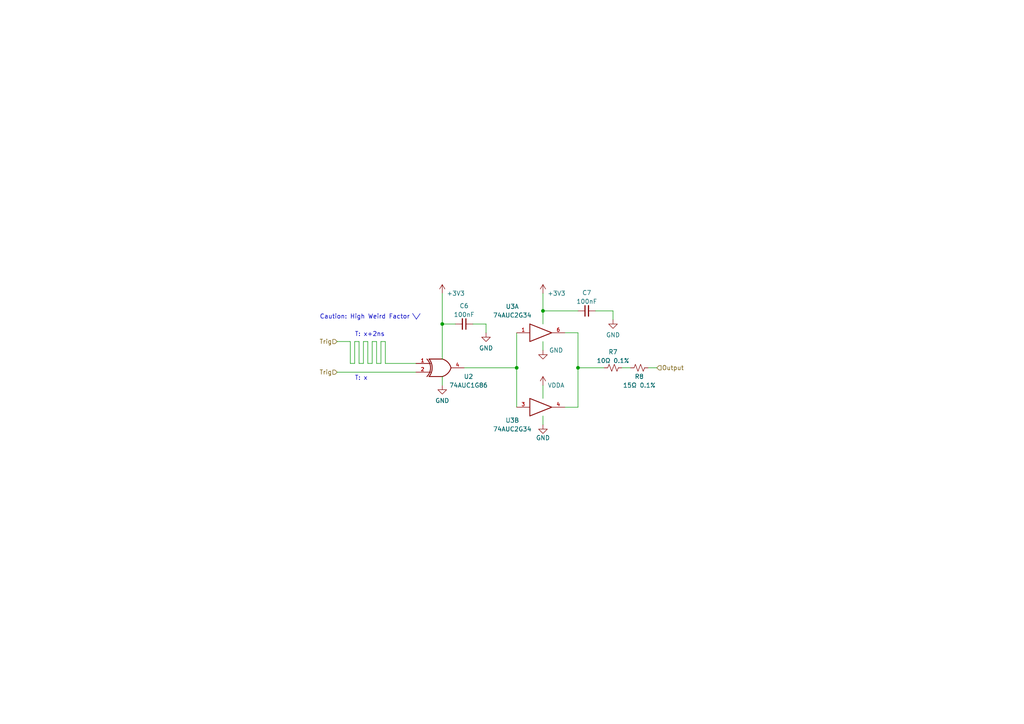
<source format=kicad_sch>
(kicad_sch (version 20211123) (generator eeschema)
  (paper "A4")
  (title_block (title "Peregrine - Fast Pulse Generator") (date "2022-05-29") (rev "5") (company "QuarterWave Engineering") (comment 1 "Days since last bite: 2") (comment 3 "(I don't bite. Usually. Don't be afraid to reach out.)") (comment 4 "[Designed with <3 in San Diego - Licensed under MIT License]"))
  (lib_symbols
    (symbol "74xGxx:74AUC1G86" (pin_names (offset 1.016))
      (property "Reference" "U" (at -2.54 3.81 0))
      (property "Value" "74AUC1G86" (at 0 -3.81 0))
      (symbol "74AUC1G86_0_1"
        (arc (start -4.445 -2.54) (mid -3.3929 0) (end -4.445 2.54) (stroke (width 0.254)))
        (arc (start -3.81 -2.54) (mid -2.919 0) (end -3.81 2.54) (stroke (width 0.254)))
        (arc (start 0 -2.54) (mid 1.601 -1.601) (end 2.54 0) (stroke (width 0.254)))
        (polyline (pts (xy -3.81 -1.27) (xy -3.175 -1.27)))
        (polyline (pts (xy -3.81 1.27) (xy -3.175 1.27)))
        (polyline (pts (xy 0 -2.54) (xy -3.81 -2.54)) (stroke (width 0.254)) (fill (type background)))
        (polyline (pts (xy 0 2.54) (xy -3.81 2.54)) (stroke (width 0.254)) (fill (type background)))
        (arc (start 2.54 0) (mid 1.6136 1.6136) (end 0 2.54) (stroke (width 0.254)))
      )
      (symbol "74AUC1G86_1_1"
        (pin input line (at -7.62 1.27 0) (length 3.81) (name "~") (number "1"))
        (pin input line (at -7.62 -1.27 0) (length 3.81) (name "~") (number "2"))
        (pin power_in line (at 0 -2.54 270) (length 0) hide (name "GND") (number "3"))
        (pin output line (at 6.35 0 180) (length 3.81) (name "~") (number "4"))
        (pin power_in line (at 0 2.54 90) (length 0) hide (name "VCC") (number "5"))
      )
    )
    (symbol "74xGxx:74AUC2G34" (pin_names (offset 1.016))
      (property "Reference" "U" (at -2.54 3.81 0))
      (property "Value" "74AUC2G34" (at 0 -3.81 0))
      (symbol "74AUC2G34_0_1"
        (polyline (pts (xy -3.81 2.54) (xy -3.81 -2.54) (xy 2.54 0) (xy -3.81 2.54)) (stroke (width 0.254)))
        (pin power_in line (at 0 -2.54 270) (length 0) hide (name "GND") (number "2"))
        (pin power_in line (at 0 2.54 90) (length 0) hide (name "VCC") (number "5"))
      )
      (symbol "74AUC2G34_1_1"
        (pin input line (at -7.62 0 0) (length 3.81) (name "~") (number "1"))
        (pin output line (at 6.35 0 180) (length 3.81) (name "~") (number "6"))
      )
      (symbol "74AUC2G34_2_1"
        (pin input line (at -7.62 0 0) (length 3.81) (name "~") (number "3"))
        (pin output line (at 6.35 0 180) (length 3.81) (name "~") (number "4"))
      )
    )
    (symbol "Device:C_Small" (pin_numbers hide) (pin_names (offset 0.254) hide)
      (property "Reference" "C" (at 0.254 1.778 0))
      (property "Value" "C_Small" (at 0.254 -2.032 0))
      (symbol "C_Small_0_1"
        (polyline (pts (xy -1.524 -0.508) (xy 1.524 -0.508)) (stroke (width 0.3302)))
        (polyline (pts (xy -1.524 0.508) (xy 1.524 0.508)) (stroke (width 0.3048)))
      )
      (symbol "C_Small_1_1"
        (pin passive line (at 0 2.54 270) (length 2.032) (name "~") (number "1"))
        (pin passive line (at 0 -2.54 90) (length 2.032) (name "~") (number "2"))
      )
    )
    (symbol "Device:R_Small_US" (pin_numbers hide) (pin_names (offset 0.254) hide)
      (property "Reference" "R" (at 0.762 0.508 0))
      (property "Value" "R_Small_US" (at 0.762 -1.016 0))
      (symbol "R_Small_US_1_1"
        (polyline (pts (xy 0 0) (xy 1.016 -0.381) (xy 0 -0.762) (xy -1.016 -1.143) (xy 0 -1.524)))
        (polyline (pts (xy 0 1.524) (xy 1.016 1.143) (xy 0 0.762) (xy -1.016 0.381) (xy 0 0)))
        (pin passive line (at 0 2.54 270) (length 1.016) (name "~") (number "1"))
        (pin passive line (at 0 -2.54 90) (length 1.016) (name "~") (number "2"))
      )
    )
    (symbol "power:+3.3V" (power) (pin_names (offset 0))
      (property "Value" "+3.3V" (at 0 3.556 0))
      (symbol "+3.3V_0_1"
        (polyline (pts (xy -0.762 1.27) (xy 0 2.54)))
        (polyline (pts (xy 0 0) (xy 0 2.54)))
        (polyline (pts (xy 0 2.54) (xy 0.762 1.27)))
      )
      (symbol "+3.3V_1_1"
        (pin power_in line (at 0 0 90) (length 0) hide (name "+3V3") (number "1"))
      )
    )
    (symbol "power:GND" (power) (pin_names (offset 0))
      (property "Value" "GND" (at 0 -3.81 0))
      (symbol "GND_0_1"
        (polyline (pts (xy 0 0) (xy 0 -1.27) (xy 1.27 -1.27) (xy 0 -2.54) (xy -1.27 -1.27) (xy 0 -1.27)))
      )
      (symbol "GND_1_1"
        (pin power_in line (at 0 0 270) (length 0) hide (name "GND") (number "1"))
      )
    )
    (symbol "power:VDDA" (power) (pin_names (offset 0))
      (property "Value" "VDDA" (at 0 3.81 0))
      (symbol "VDDA_0_1"
        (polyline (pts (xy -0.762 1.27) (xy 0 2.54)))
        (polyline (pts (xy 0 0) (xy 0 2.54)))
        (polyline (pts (xy 0 2.54) (xy 0.762 1.27)))
      )
      (symbol "VDDA_1_1"
        (pin power_in line (at 0 0 90) (length 0) hide (name "VDDA") (number "1"))
      )
    )
  )
  (junction (at 149.86 106.68))
  (junction (at 167.64 106.68))
  (junction (at 157.48 90.17))
  (junction (at 128.27 93.98))
  (wire (pts (xy 102.87 99.06) (xy 104.14 99.06)))
  (wire (pts (xy 110.49 105.41) (xy 110.49 99.06)))
  (wire (pts (xy 107.95 99.06) (xy 109.22 99.06)))
  (wire (pts (xy 111.76 99.06) (xy 111.76 105.41)))
  (wire (pts (xy 128.27 93.98) (xy 128.27 104.14)))
  (wire (pts (xy 110.49 99.06) (xy 111.76 99.06)))
  (wire (pts (xy 167.64 96.52) (xy 163.83 96.52)))
  (wire (pts (xy 101.6 105.41) (xy 102.87 105.41)))
  (wire (pts (xy 101.6 99.06) (xy 101.6 105.41)))
  (wire (pts (xy 167.64 106.68) (xy 175.26 106.68)))
  (wire (pts (xy 106.68 105.41) (xy 107.95 105.41)))
  (wire (pts (xy 105.41 99.06) (xy 106.68 99.06)))
  (wire (pts (xy 187.96 106.68) (xy 190.5 106.68)))
  (wire (pts (xy 172.72 90.17) (xy 177.8 90.17)))
  (wire (pts (xy 157.48 111.76) (xy 157.48 115.57)))
  (wire (pts (xy 157.48 120.65) (xy 157.48 123.19)))
  (wire (pts (xy 157.48 90.17) (xy 167.64 90.17)))
  (wire (pts (xy 140.97 93.98) (xy 140.97 96.52)))
  (wire (pts (xy 134.62 106.68) (xy 149.86 106.68)))
  (wire (pts (xy 97.79 99.06) (xy 101.6 99.06)))
  (wire (pts (xy 157.48 99.06) (xy 157.48 101.6)))
  (wire (pts (xy 109.22 105.41) (xy 110.49 105.41)))
  (wire (pts (xy 137.16 93.98) (xy 140.97 93.98)))
  (wire (pts (xy 106.68 99.06) (xy 106.68 105.41)))
  (wire (pts (xy 97.79 107.95) (xy 120.65 107.95)))
  (wire (pts (xy 167.64 96.52) (xy 167.64 106.68)))
  (wire (pts (xy 157.48 93.98) (xy 157.48 90.17)))
  (wire (pts (xy 109.22 99.06) (xy 109.22 105.41)))
  (wire (pts (xy 128.27 109.22) (xy 128.27 111.76)))
  (wire (pts (xy 167.64 106.68) (xy 167.64 118.11)))
  (wire (pts (xy 180.34 106.68) (xy 182.88 106.68)))
  (wire (pts (xy 104.14 99.06) (xy 104.14 105.41)))
  (wire (pts (xy 105.41 105.41) (xy 105.41 99.06)))
  (wire (pts (xy 128.27 85.09) (xy 128.27 93.98)))
  (wire (pts (xy 107.95 105.41) (xy 107.95 99.06)))
  (wire (pts (xy 163.83 118.11) (xy 167.64 118.11)))
  (wire (pts (xy 128.27 93.98) (xy 132.08 93.98)))
  (wire (pts (xy 104.14 105.41) (xy 105.41 105.41)))
  (wire (pts (xy 111.76 105.41) (xy 120.65 105.41)))
  (wire (pts (xy 149.86 106.68) (xy 149.86 118.11)))
  (wire (pts (xy 149.86 106.68) (xy 149.86 96.52)))
  (wire (pts (xy 157.48 90.17) (xy 157.48 85.09)))
  (wire (pts (xy 102.87 105.41) (xy 102.87 99.06)))
  (wire (pts (xy 177.8 90.17) (xy 177.8 92.71)))
  (text "T: x+2ns" (at 102.87 97.79 0) (effects (font (size 1.27 1.27)) (justify left bottom)))
  (text "Caution: High Weird Factor \\/" (at 92.71 92.71 0) (effects (font (size 1.27 1.27)) (justify left bottom)))
  (text "T: x" (at 102.87 110.49 0) (effects (font (size 1.27 1.27)) (justify left bottom)))
  (hierarchical_label "Output" (shape input) (at 190.5 106.68 0))
  (hierarchical_label "Trig" (shape input) (at 97.79 99.06 180))
  (hierarchical_label "Trig" (shape input) (at 97.79 107.95 180))
  (symbol (lib_id "power:GND") (at 140.97 96.52 0) (unit 1)
    (property "Reference" "#PWR014" (effects hide))
    (property "Value" "GND" (at 140.97 100.9634 0))
  )
  (symbol (lib_id "74xGxx:74AUC1G86") (at 128.27 106.68 0) (unit 1)
    (property "Reference" "U2" (at 135.89 109.22 0))
    (property "Value" "74AUC1G86" (at 135.89 111.76 0))
    (property "Footprint" "Package_TO_SOT_SMD:SOT-353_SC-70-5_Handsoldering" (effects hide))
    (property "Datasheet" "http://www.ti.com/lit/sg/scyt129e/scyt129e.pdf" (effects hide))
  )
  (symbol (lib_id "Device:C_Small") (at 134.62 93.98 270) (unit 1)
    (property "Reference" "C6" (at 134.6136 88.7181 90))
    (property "Value" "100nF" (at 134.6136 91.255 90))
    (property "Footprint" "Capacitor_SMD:C_0603_1608Metric_Pad1.08x0.95mm_HandSolder" (effects hide))
  )
  (symbol (lib_id "74xGxx:74AUC2G34") (at 157.48 96.52 0) (unit 1)
    (property "Reference" "U3" (at 148.59 88.9031 0))
    (property "Value" "74AUC2G34" (at 148.59 91.44 0))
    (property "Footprint" "Package_TO_SOT_SMD:SOT-363_SC-70-6_Handsoldering" (effects hide))
    (property "Datasheet" "http://www.ti.com/lit/sg/scyt129e/scyt129e.pdf" (effects hide))
  )
  (symbol (lib_id "power:+3.3V") (at 157.48 85.09 0) (unit 1)
    (property "Reference" "#PWR015" (effects hide))
    (property "Value" "+3.3V" (at 158.75 85.09 0) (effects (justify left)))
  )
  (symbol (lib_id "power:GND") (at 157.48 123.19 0) (unit 1)
    (property "Reference" "#PWR018" (effects hide))
    (property "Value" "GND" (at 157.48 127 0))
  )
  (symbol (lib_id "power:GND") (at 128.27 111.76 0) (unit 1)
    (property "Reference" "#PWR013" (effects hide))
    (property "Value" "GND" (at 128.27 116.2034 0))
  )
  (symbol (lib_id "Device:R_Small_US") (at 177.8 106.68 270) (unit 1)
    (property "Reference" "R7" (at 177.8 102.0912 90))
    (property "Value" "10Ω 0.1%" (at 177.8 104.6281 90))
    (property "Footprint" "Resistor_SMD:R_0603_1608Metric_Pad0.98x0.95mm_HandSolder" (effects hide))
  )
  (symbol (lib_id "power:+3.3V") (at 128.27 85.09 0) (unit 1)
    (property "Reference" "#PWR012" (effects hide))
    (property "Value" "+3.3V" (at 129.54 85.09 0) (effects (justify left)))
  )
  (symbol (lib_id "74xGxx:74AUC2G34") (at 157.48 118.11 0) (unit 2)
    (property "Reference" "U3" (at 148.59 121.92 0))
    (property "Value" "74AUC2G34" (at 148.59 124.4569 0))
    (property "Footprint" "Package_TO_SOT_SMD:SOT-363_SC-70-6_Handsoldering" (effects hide))
    (property "Datasheet" "http://www.ti.com/lit/sg/scyt129e/scyt129e.pdf" (effects hide))
  )
  (symbol (lib_id "Device:C_Small") (at 170.18 90.17 90) (unit 1)
    (property "Reference" "C7" (at 170.1863 84.9081 90))
    (property "Value" "100nF" (at 170.1863 87.445 90))
    (property "Footprint" "Capacitor_SMD:C_0603_1608Metric_Pad1.08x0.95mm_HandSolder" (effects hide))
  )
  (symbol (lib_id "power:VDDA") (at 157.48 111.76 0) (unit 1)
    (property "Reference" "#PWR017" (effects hide))
    (property "Value" "VDDA" (at 161.29 111.76 0))
  )
  (symbol (lib_id "power:GND") (at 177.8 92.71 0) (unit 1)
    (property "Reference" "#PWR019" (effects hide))
    (property "Value" "GND" (at 177.8 97.1534 0))
  )
  (symbol (lib_id "power:GND") (at 157.48 101.6 0) (unit 1)
    (property "Reference" "#PWR016" (effects hide))
    (property "Value" "GND" (at 161.29 101.6 0))
  )
  (symbol (lib_id "Device:R_Small_US") (at 185.42 106.68 270) (unit 1)
    (property "Reference" "R8" (at 185.42 109.22 90))
    (property "Value" "15Ω 0.1%" (at 185.42 111.76 90))
    (property "Footprint" "Resistor_SMD:R_0603_1608Metric_Pad0.98x0.95mm_HandSolder" (effects hide))
  )
)
</source>
